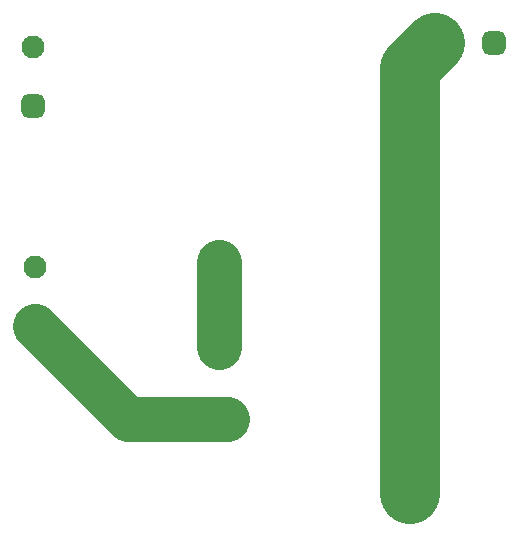
<source format=gbl>
G04*
G04 #@! TF.GenerationSoftware,Altium Limited,Altium Designer,24.9.1 (31)*
G04*
G04 Layer_Physical_Order=2*
G04 Layer_Color=16711680*
%FSLAX44Y44*%
%MOMM*%
G71*
G04*
G04 #@! TF.SameCoordinates,064BEE1E-2FB1-430C-AF41-A2A5F34B4FD9*
G04*
G04*
G04 #@! TF.FilePolarity,Positive*
G04*
G01*
G75*
%ADD51C,1.9500*%
G04:AMPARAMS|DCode=52|XSize=1.95mm|YSize=1.95mm|CornerRadius=0.4875mm|HoleSize=0mm|Usage=FLASHONLY|Rotation=180.000|XOffset=0mm|YOffset=0mm|HoleType=Round|Shape=RoundedRectangle|*
%AMROUNDEDRECTD52*
21,1,1.9500,0.9750,0,0,180.0*
21,1,0.9750,1.9500,0,0,180.0*
1,1,0.9750,-0.4875,0.4875*
1,1,0.9750,0.4875,0.4875*
1,1,0.9750,0.4875,-0.4875*
1,1,0.9750,-0.4875,-0.4875*
%
%ADD52ROUNDEDRECTD52*%
G04:AMPARAMS|DCode=53|XSize=1.95mm|YSize=1.95mm|CornerRadius=0.4875mm|HoleSize=0mm|Usage=FLASHONLY|Rotation=90.000|XOffset=0mm|YOffset=0mm|HoleType=Round|Shape=RoundedRectangle|*
%AMROUNDEDRECTD53*
21,1,1.9500,0.9750,0,0,90.0*
21,1,0.9750,1.9500,0,0,90.0*
1,1,0.9750,0.4875,0.4875*
1,1,0.9750,0.4875,-0.4875*
1,1,0.9750,-0.4875,-0.4875*
1,1,0.9750,-0.4875,0.4875*
%
%ADD53ROUNDEDRECTD53*%
%ADD54C,1.2700*%
%ADD55C,2.5400*%
%ADD56C,3.8100*%
%ADD57C,5.0800*%
D51*
X386880Y450850D02*
D03*
X46990Y447510D02*
D03*
X48300Y261220D02*
D03*
D52*
X436880Y450850D02*
D03*
D53*
X46990Y397510D02*
D03*
X48300Y211220D02*
D03*
D54*
X210820Y132080D02*
D03*
X204470Y193340D02*
D03*
Y265430D02*
D03*
D55*
X365760Y68580D02*
D03*
D56*
X127440Y132080D02*
X210820D01*
X48300Y211220D02*
X127440Y132080D01*
X204470Y193340D02*
Y265430D01*
D57*
X365760Y429730D02*
X386880Y450850D01*
X365760Y68580D02*
Y429730D01*
M02*

</source>
